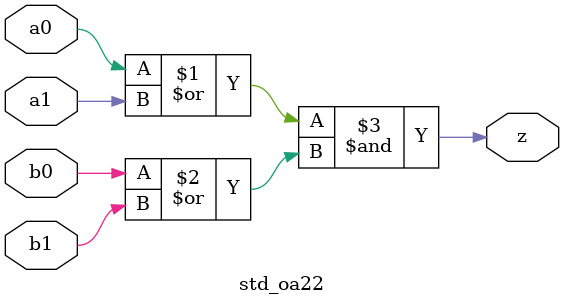
<source format=sv>

module std_oa22 #(parameter DW = 1 ) // array width
(
	input [DW-1:0]  a0,
	input [DW-1:0]  a1,
	input [DW-1:0]  b0,
	input [DW-1:0]  b1, 
	output [DW-1:0] z
);

assign z = (a0 | a1) & (b0 | b1);

endmodule

</source>
